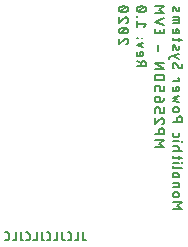
<source format=gbr>
G04 EAGLE Gerber RS-274X export*
G75*
%MOMM*%
%FSLAX34Y34*%
%LPD*%
%INSilkscreen Bottom*%
%IPPOS*%
%AMOC8*
5,1,8,0,0,1.08239X$1,22.5*%
G01*
%ADD10C,0.152400*%
%ADD11C,0.177800*%


D10*
X31774Y78232D02*
X31774Y73096D01*
X31773Y73096D02*
X31775Y73022D01*
X31781Y72947D01*
X31790Y72874D01*
X31803Y72800D01*
X31820Y72728D01*
X31840Y72657D01*
X31864Y72586D01*
X31892Y72517D01*
X31923Y72450D01*
X31957Y72384D01*
X31995Y72319D01*
X32036Y72257D01*
X32080Y72197D01*
X32127Y72140D01*
X32177Y72085D01*
X32230Y72032D01*
X32285Y71982D01*
X32342Y71935D01*
X32402Y71891D01*
X32464Y71850D01*
X32529Y71812D01*
X32595Y71778D01*
X32662Y71747D01*
X32731Y71719D01*
X32802Y71695D01*
X32873Y71675D01*
X32945Y71658D01*
X33019Y71645D01*
X33092Y71636D01*
X33167Y71630D01*
X33241Y71628D01*
X33975Y71628D01*
X27665Y71628D02*
X27665Y78232D01*
X27665Y71628D02*
X24730Y71628D01*
X20162Y71628D02*
X18694Y71628D01*
X20162Y71628D02*
X20236Y71630D01*
X20311Y71636D01*
X20384Y71645D01*
X20458Y71658D01*
X20530Y71675D01*
X20601Y71695D01*
X20672Y71719D01*
X20741Y71747D01*
X20809Y71778D01*
X20874Y71812D01*
X20939Y71850D01*
X21001Y71891D01*
X21061Y71935D01*
X21118Y71982D01*
X21173Y72032D01*
X21226Y72085D01*
X21276Y72140D01*
X21323Y72197D01*
X21367Y72257D01*
X21408Y72319D01*
X21446Y72384D01*
X21480Y72450D01*
X21511Y72517D01*
X21539Y72586D01*
X21563Y72657D01*
X21583Y72728D01*
X21600Y72801D01*
X21613Y72874D01*
X21622Y72948D01*
X21628Y73022D01*
X21630Y73096D01*
X21629Y73096D02*
X21629Y76764D01*
X21630Y76764D02*
X21628Y76838D01*
X21622Y76913D01*
X21613Y76986D01*
X21600Y77059D01*
X21583Y77132D01*
X21563Y77203D01*
X21539Y77274D01*
X21511Y77343D01*
X21480Y77410D01*
X21446Y77476D01*
X21408Y77541D01*
X21367Y77603D01*
X21323Y77663D01*
X21276Y77720D01*
X21226Y77775D01*
X21173Y77828D01*
X21118Y77878D01*
X21061Y77925D01*
X21001Y77969D01*
X20939Y78010D01*
X20874Y78048D01*
X20809Y78082D01*
X20741Y78113D01*
X20672Y78141D01*
X20602Y78165D01*
X20530Y78185D01*
X20458Y78202D01*
X20384Y78215D01*
X20311Y78224D01*
X20236Y78230D01*
X20162Y78232D01*
X18694Y78232D01*
X14217Y78232D02*
X14217Y73096D01*
X14219Y73022D01*
X14225Y72947D01*
X14234Y72874D01*
X14247Y72800D01*
X14264Y72728D01*
X14284Y72657D01*
X14308Y72586D01*
X14336Y72517D01*
X14367Y72450D01*
X14401Y72384D01*
X14439Y72319D01*
X14480Y72257D01*
X14524Y72197D01*
X14571Y72140D01*
X14621Y72085D01*
X14674Y72032D01*
X14729Y71982D01*
X14786Y71935D01*
X14846Y71891D01*
X14908Y71850D01*
X14973Y71812D01*
X15039Y71778D01*
X15106Y71747D01*
X15175Y71719D01*
X15246Y71695D01*
X15317Y71675D01*
X15389Y71658D01*
X15463Y71645D01*
X15536Y71636D01*
X15611Y71630D01*
X15685Y71628D01*
X16419Y71628D01*
X10109Y71628D02*
X10109Y78232D01*
X10109Y71628D02*
X7174Y71628D01*
X2605Y71628D02*
X1138Y71628D01*
X2605Y71628D02*
X2679Y71630D01*
X2754Y71636D01*
X2827Y71645D01*
X2901Y71658D01*
X2973Y71675D01*
X3044Y71695D01*
X3115Y71719D01*
X3184Y71747D01*
X3252Y71778D01*
X3317Y71812D01*
X3382Y71850D01*
X3444Y71891D01*
X3504Y71935D01*
X3561Y71982D01*
X3616Y72032D01*
X3669Y72085D01*
X3719Y72140D01*
X3766Y72197D01*
X3810Y72257D01*
X3851Y72319D01*
X3889Y72384D01*
X3923Y72450D01*
X3954Y72517D01*
X3982Y72586D01*
X4006Y72657D01*
X4026Y72728D01*
X4043Y72801D01*
X4056Y72874D01*
X4065Y72948D01*
X4071Y73022D01*
X4073Y73096D01*
X4073Y76764D01*
X4071Y76838D01*
X4065Y76913D01*
X4056Y76986D01*
X4043Y77059D01*
X4026Y77132D01*
X4006Y77203D01*
X3982Y77274D01*
X3954Y77343D01*
X3923Y77410D01*
X3889Y77476D01*
X3851Y77541D01*
X3810Y77603D01*
X3766Y77663D01*
X3719Y77720D01*
X3669Y77775D01*
X3616Y77828D01*
X3561Y77878D01*
X3504Y77925D01*
X3444Y77969D01*
X3382Y78010D01*
X3317Y78048D01*
X3252Y78082D01*
X3184Y78113D01*
X3115Y78141D01*
X3045Y78165D01*
X2973Y78185D01*
X2901Y78202D01*
X2827Y78215D01*
X2754Y78224D01*
X2679Y78230D01*
X2605Y78232D01*
X1138Y78232D01*
X-3339Y78232D02*
X-3339Y73096D01*
X-3337Y73022D01*
X-3331Y72947D01*
X-3322Y72874D01*
X-3309Y72800D01*
X-3292Y72728D01*
X-3272Y72657D01*
X-3248Y72586D01*
X-3220Y72517D01*
X-3189Y72450D01*
X-3155Y72384D01*
X-3117Y72319D01*
X-3076Y72257D01*
X-3032Y72197D01*
X-2985Y72140D01*
X-2935Y72085D01*
X-2882Y72032D01*
X-2827Y71982D01*
X-2770Y71935D01*
X-2710Y71891D01*
X-2648Y71850D01*
X-2583Y71812D01*
X-2517Y71778D01*
X-2450Y71747D01*
X-2381Y71719D01*
X-2310Y71695D01*
X-2239Y71675D01*
X-2167Y71658D01*
X-2093Y71645D01*
X-2020Y71636D01*
X-1945Y71630D01*
X-1871Y71628D01*
X-1138Y71628D01*
X-7447Y71628D02*
X-7447Y78232D01*
X-7447Y71628D02*
X-10382Y71628D01*
X-14951Y71628D02*
X-16419Y71628D01*
X-14951Y71628D02*
X-14877Y71630D01*
X-14802Y71636D01*
X-14729Y71645D01*
X-14655Y71658D01*
X-14583Y71675D01*
X-14512Y71695D01*
X-14441Y71719D01*
X-14372Y71747D01*
X-14305Y71778D01*
X-14239Y71812D01*
X-14174Y71850D01*
X-14112Y71891D01*
X-14052Y71935D01*
X-13995Y71982D01*
X-13940Y72032D01*
X-13887Y72085D01*
X-13837Y72140D01*
X-13790Y72197D01*
X-13746Y72257D01*
X-13705Y72319D01*
X-13667Y72384D01*
X-13633Y72450D01*
X-13602Y72517D01*
X-13574Y72586D01*
X-13550Y72657D01*
X-13530Y72728D01*
X-13513Y72800D01*
X-13500Y72874D01*
X-13491Y72947D01*
X-13485Y73022D01*
X-13483Y73096D01*
X-13484Y73096D02*
X-13484Y76764D01*
X-13483Y76764D02*
X-13485Y76838D01*
X-13491Y76913D01*
X-13500Y76986D01*
X-13513Y77060D01*
X-13530Y77132D01*
X-13550Y77203D01*
X-13574Y77274D01*
X-13602Y77343D01*
X-13633Y77410D01*
X-13667Y77476D01*
X-13705Y77541D01*
X-13746Y77603D01*
X-13790Y77663D01*
X-13837Y77720D01*
X-13887Y77775D01*
X-13940Y77828D01*
X-13995Y77878D01*
X-14052Y77925D01*
X-14112Y77969D01*
X-14174Y78010D01*
X-14239Y78048D01*
X-14304Y78082D01*
X-14372Y78113D01*
X-14441Y78141D01*
X-14512Y78165D01*
X-14583Y78185D01*
X-14655Y78202D01*
X-14729Y78215D01*
X-14802Y78224D01*
X-14877Y78230D01*
X-14951Y78232D01*
X-16419Y78232D01*
X-20895Y78232D02*
X-20895Y73096D01*
X-20896Y73096D02*
X-20894Y73022D01*
X-20888Y72947D01*
X-20879Y72874D01*
X-20866Y72800D01*
X-20849Y72728D01*
X-20829Y72657D01*
X-20805Y72586D01*
X-20777Y72517D01*
X-20746Y72449D01*
X-20712Y72384D01*
X-20674Y72319D01*
X-20633Y72257D01*
X-20589Y72197D01*
X-20542Y72140D01*
X-20492Y72085D01*
X-20439Y72032D01*
X-20384Y71982D01*
X-20327Y71935D01*
X-20267Y71891D01*
X-20205Y71850D01*
X-20140Y71812D01*
X-20074Y71778D01*
X-20007Y71747D01*
X-19938Y71719D01*
X-19867Y71695D01*
X-19796Y71675D01*
X-19723Y71658D01*
X-19650Y71645D01*
X-19576Y71636D01*
X-19502Y71630D01*
X-19428Y71628D01*
X-18694Y71628D01*
X-25004Y71628D02*
X-25004Y78232D01*
X-25004Y71628D02*
X-27939Y71628D01*
X-32508Y71628D02*
X-33975Y71628D01*
X-32508Y71628D02*
X-32434Y71630D01*
X-32359Y71636D01*
X-32286Y71645D01*
X-32212Y71658D01*
X-32140Y71675D01*
X-32069Y71695D01*
X-31998Y71719D01*
X-31929Y71747D01*
X-31862Y71778D01*
X-31796Y71812D01*
X-31731Y71850D01*
X-31669Y71891D01*
X-31609Y71935D01*
X-31552Y71982D01*
X-31497Y72032D01*
X-31444Y72085D01*
X-31394Y72140D01*
X-31347Y72197D01*
X-31303Y72257D01*
X-31262Y72319D01*
X-31224Y72384D01*
X-31190Y72450D01*
X-31159Y72517D01*
X-31131Y72586D01*
X-31107Y72657D01*
X-31087Y72728D01*
X-31070Y72800D01*
X-31057Y72874D01*
X-31048Y72947D01*
X-31042Y73022D01*
X-31040Y73096D01*
X-31040Y76764D01*
X-31042Y76838D01*
X-31048Y76913D01*
X-31057Y76986D01*
X-31070Y77060D01*
X-31087Y77132D01*
X-31107Y77203D01*
X-31131Y77274D01*
X-31159Y77343D01*
X-31190Y77410D01*
X-31224Y77476D01*
X-31262Y77541D01*
X-31303Y77603D01*
X-31347Y77663D01*
X-31394Y77720D01*
X-31444Y77775D01*
X-31497Y77828D01*
X-31552Y77878D01*
X-31609Y77925D01*
X-31669Y77969D01*
X-31731Y78010D01*
X-31796Y78048D01*
X-31861Y78082D01*
X-31929Y78113D01*
X-31998Y78141D01*
X-32069Y78165D01*
X-32140Y78185D01*
X-32212Y78202D01*
X-32286Y78215D01*
X-32359Y78224D01*
X-32434Y78230D01*
X-32508Y78232D01*
X-33975Y78232D01*
D11*
X107569Y98007D02*
X115951Y98007D01*
X111294Y100801D01*
X115951Y103595D01*
X107569Y103595D01*
X109432Y108387D02*
X111294Y108387D01*
X111379Y108389D01*
X111463Y108395D01*
X111548Y108404D01*
X111631Y108418D01*
X111714Y108435D01*
X111797Y108456D01*
X111878Y108481D01*
X111958Y108509D01*
X112036Y108541D01*
X112113Y108577D01*
X112189Y108616D01*
X112262Y108658D01*
X112333Y108704D01*
X112403Y108753D01*
X112470Y108805D01*
X112534Y108860D01*
X112596Y108918D01*
X112656Y108978D01*
X112712Y109042D01*
X112766Y109107D01*
X112816Y109176D01*
X112863Y109246D01*
X112907Y109319D01*
X112948Y109393D01*
X112985Y109469D01*
X113019Y109547D01*
X113049Y109626D01*
X113076Y109707D01*
X113099Y109788D01*
X113118Y109871D01*
X113133Y109954D01*
X113145Y110038D01*
X113153Y110123D01*
X113157Y110208D01*
X113157Y110292D01*
X113153Y110377D01*
X113145Y110462D01*
X113133Y110546D01*
X113118Y110629D01*
X113099Y110712D01*
X113076Y110793D01*
X113049Y110874D01*
X113019Y110953D01*
X112985Y111031D01*
X112948Y111107D01*
X112907Y111181D01*
X112863Y111254D01*
X112816Y111324D01*
X112766Y111393D01*
X112712Y111458D01*
X112656Y111522D01*
X112596Y111582D01*
X112534Y111640D01*
X112470Y111695D01*
X112403Y111747D01*
X112333Y111796D01*
X112262Y111842D01*
X112189Y111884D01*
X112113Y111923D01*
X112036Y111959D01*
X111958Y111991D01*
X111878Y112019D01*
X111797Y112044D01*
X111714Y112065D01*
X111631Y112082D01*
X111548Y112096D01*
X111463Y112105D01*
X111379Y112111D01*
X111294Y112113D01*
X111294Y112112D02*
X109432Y112112D01*
X109432Y112113D02*
X109347Y112111D01*
X109263Y112105D01*
X109178Y112096D01*
X109095Y112082D01*
X109012Y112065D01*
X108929Y112044D01*
X108848Y112019D01*
X108768Y111991D01*
X108690Y111959D01*
X108613Y111923D01*
X108537Y111884D01*
X108464Y111842D01*
X108393Y111796D01*
X108323Y111747D01*
X108256Y111695D01*
X108192Y111640D01*
X108130Y111582D01*
X108070Y111522D01*
X108014Y111458D01*
X107960Y111393D01*
X107910Y111324D01*
X107863Y111254D01*
X107819Y111182D01*
X107778Y111107D01*
X107741Y111031D01*
X107707Y110953D01*
X107677Y110874D01*
X107650Y110793D01*
X107627Y110712D01*
X107608Y110629D01*
X107593Y110546D01*
X107581Y110462D01*
X107573Y110377D01*
X107569Y110292D01*
X107569Y110208D01*
X107573Y110123D01*
X107581Y110038D01*
X107593Y109954D01*
X107608Y109871D01*
X107627Y109788D01*
X107650Y109707D01*
X107677Y109626D01*
X107707Y109547D01*
X107741Y109469D01*
X107778Y109393D01*
X107819Y109319D01*
X107863Y109246D01*
X107910Y109176D01*
X107960Y109107D01*
X108014Y109042D01*
X108070Y108978D01*
X108130Y108918D01*
X108192Y108860D01*
X108256Y108805D01*
X108323Y108753D01*
X108393Y108704D01*
X108464Y108658D01*
X108537Y108616D01*
X108613Y108577D01*
X108690Y108541D01*
X108768Y108509D01*
X108848Y108481D01*
X108929Y108456D01*
X109012Y108435D01*
X109095Y108418D01*
X109178Y108404D01*
X109263Y108395D01*
X109347Y108389D01*
X109432Y108387D01*
X107569Y116617D02*
X113157Y116617D01*
X113157Y118945D01*
X113155Y119018D01*
X113149Y119091D01*
X113140Y119164D01*
X113126Y119235D01*
X113109Y119307D01*
X113089Y119377D01*
X113064Y119446D01*
X113036Y119513D01*
X113005Y119579D01*
X112970Y119644D01*
X112932Y119706D01*
X112890Y119766D01*
X112846Y119824D01*
X112798Y119880D01*
X112748Y119933D01*
X112695Y119983D01*
X112639Y120031D01*
X112581Y120075D01*
X112521Y120117D01*
X112459Y120155D01*
X112394Y120190D01*
X112328Y120221D01*
X112261Y120249D01*
X112192Y120274D01*
X112122Y120294D01*
X112050Y120311D01*
X111979Y120325D01*
X111906Y120334D01*
X111833Y120340D01*
X111760Y120342D01*
X107569Y120342D01*
X109432Y124846D02*
X111294Y124846D01*
X111379Y124848D01*
X111463Y124854D01*
X111548Y124863D01*
X111631Y124877D01*
X111714Y124894D01*
X111797Y124915D01*
X111878Y124940D01*
X111958Y124968D01*
X112036Y125000D01*
X112113Y125036D01*
X112189Y125075D01*
X112262Y125117D01*
X112333Y125163D01*
X112403Y125212D01*
X112470Y125264D01*
X112534Y125319D01*
X112596Y125377D01*
X112656Y125437D01*
X112712Y125501D01*
X112766Y125566D01*
X112816Y125635D01*
X112863Y125705D01*
X112907Y125778D01*
X112948Y125852D01*
X112985Y125928D01*
X113019Y126006D01*
X113049Y126085D01*
X113076Y126166D01*
X113099Y126247D01*
X113118Y126330D01*
X113133Y126413D01*
X113145Y126497D01*
X113153Y126582D01*
X113157Y126667D01*
X113157Y126751D01*
X113153Y126836D01*
X113145Y126921D01*
X113133Y127005D01*
X113118Y127088D01*
X113099Y127171D01*
X113076Y127252D01*
X113049Y127333D01*
X113019Y127412D01*
X112985Y127490D01*
X112948Y127566D01*
X112907Y127640D01*
X112863Y127713D01*
X112816Y127783D01*
X112766Y127852D01*
X112712Y127917D01*
X112656Y127981D01*
X112596Y128041D01*
X112534Y128099D01*
X112470Y128154D01*
X112403Y128206D01*
X112333Y128255D01*
X112262Y128301D01*
X112189Y128343D01*
X112113Y128382D01*
X112036Y128418D01*
X111958Y128450D01*
X111878Y128478D01*
X111797Y128503D01*
X111714Y128524D01*
X111631Y128541D01*
X111548Y128555D01*
X111463Y128564D01*
X111379Y128570D01*
X111294Y128572D01*
X111294Y128571D02*
X109432Y128571D01*
X109432Y128572D02*
X109347Y128570D01*
X109263Y128564D01*
X109178Y128555D01*
X109095Y128541D01*
X109012Y128524D01*
X108929Y128503D01*
X108848Y128478D01*
X108768Y128450D01*
X108690Y128418D01*
X108613Y128382D01*
X108537Y128343D01*
X108464Y128301D01*
X108393Y128255D01*
X108323Y128206D01*
X108256Y128154D01*
X108192Y128099D01*
X108130Y128041D01*
X108070Y127981D01*
X108014Y127917D01*
X107960Y127852D01*
X107910Y127783D01*
X107863Y127713D01*
X107819Y127641D01*
X107778Y127566D01*
X107741Y127490D01*
X107707Y127412D01*
X107677Y127333D01*
X107650Y127252D01*
X107627Y127171D01*
X107608Y127088D01*
X107593Y127005D01*
X107581Y126921D01*
X107573Y126836D01*
X107569Y126751D01*
X107569Y126667D01*
X107573Y126582D01*
X107581Y126497D01*
X107593Y126413D01*
X107608Y126330D01*
X107627Y126247D01*
X107650Y126166D01*
X107677Y126085D01*
X107707Y126006D01*
X107741Y125928D01*
X107778Y125852D01*
X107819Y125778D01*
X107863Y125705D01*
X107910Y125635D01*
X107960Y125566D01*
X108014Y125501D01*
X108070Y125437D01*
X108130Y125377D01*
X108192Y125319D01*
X108256Y125264D01*
X108323Y125212D01*
X108393Y125163D01*
X108464Y125117D01*
X108537Y125075D01*
X108613Y125036D01*
X108690Y125000D01*
X108768Y124968D01*
X108848Y124940D01*
X108929Y124915D01*
X109012Y124894D01*
X109095Y124877D01*
X109178Y124863D01*
X109263Y124854D01*
X109347Y124848D01*
X109432Y124846D01*
X108966Y132781D02*
X115951Y132781D01*
X108966Y132781D02*
X108893Y132783D01*
X108820Y132789D01*
X108747Y132798D01*
X108676Y132812D01*
X108604Y132829D01*
X108534Y132849D01*
X108465Y132874D01*
X108398Y132902D01*
X108332Y132933D01*
X108268Y132968D01*
X108205Y133006D01*
X108145Y133048D01*
X108087Y133092D01*
X108031Y133140D01*
X107978Y133190D01*
X107928Y133243D01*
X107880Y133299D01*
X107836Y133357D01*
X107794Y133417D01*
X107756Y133480D01*
X107721Y133544D01*
X107690Y133610D01*
X107662Y133677D01*
X107637Y133746D01*
X107617Y133816D01*
X107600Y133888D01*
X107586Y133959D01*
X107577Y134032D01*
X107571Y134105D01*
X107569Y134178D01*
X107569Y137377D02*
X113157Y137377D01*
X115485Y137144D02*
X115951Y137144D01*
X115951Y137610D01*
X115485Y137610D01*
X115485Y137144D01*
X113157Y140434D02*
X113157Y143228D01*
X115951Y141365D02*
X108966Y141365D01*
X108893Y141367D01*
X108820Y141373D01*
X108747Y141382D01*
X108676Y141396D01*
X108604Y141413D01*
X108534Y141433D01*
X108465Y141458D01*
X108398Y141486D01*
X108332Y141517D01*
X108268Y141552D01*
X108205Y141590D01*
X108145Y141632D01*
X108087Y141676D01*
X108031Y141724D01*
X107978Y141774D01*
X107928Y141827D01*
X107880Y141883D01*
X107836Y141941D01*
X107794Y142001D01*
X107756Y142064D01*
X107721Y142128D01*
X107690Y142194D01*
X107662Y142261D01*
X107637Y142330D01*
X107617Y142400D01*
X107600Y142472D01*
X107586Y142543D01*
X107577Y142616D01*
X107571Y142689D01*
X107569Y142762D01*
X107569Y143228D01*
X107569Y147401D02*
X115951Y147401D01*
X113157Y147401D02*
X113157Y149730D01*
X113155Y149803D01*
X113149Y149876D01*
X113140Y149949D01*
X113126Y150020D01*
X113109Y150092D01*
X113089Y150162D01*
X113064Y150231D01*
X113036Y150298D01*
X113005Y150364D01*
X112970Y150429D01*
X112932Y150491D01*
X112890Y150551D01*
X112846Y150609D01*
X112798Y150665D01*
X112748Y150718D01*
X112695Y150768D01*
X112639Y150816D01*
X112581Y150860D01*
X112521Y150902D01*
X112459Y150940D01*
X112394Y150975D01*
X112328Y151006D01*
X112261Y151034D01*
X112192Y151059D01*
X112122Y151079D01*
X112050Y151096D01*
X111979Y151110D01*
X111906Y151119D01*
X111833Y151125D01*
X111760Y151127D01*
X107569Y151127D01*
X107569Y155360D02*
X113157Y155360D01*
X115485Y155127D02*
X115951Y155127D01*
X115951Y155593D01*
X115485Y155593D01*
X115485Y155127D01*
X107569Y160702D02*
X107569Y162565D01*
X107569Y160702D02*
X107571Y160629D01*
X107577Y160556D01*
X107586Y160483D01*
X107600Y160412D01*
X107617Y160340D01*
X107637Y160270D01*
X107662Y160201D01*
X107690Y160134D01*
X107721Y160068D01*
X107756Y160004D01*
X107794Y159941D01*
X107836Y159881D01*
X107880Y159823D01*
X107928Y159767D01*
X107978Y159714D01*
X108031Y159664D01*
X108087Y159616D01*
X108145Y159572D01*
X108205Y159530D01*
X108268Y159492D01*
X108332Y159457D01*
X108398Y159426D01*
X108465Y159398D01*
X108534Y159373D01*
X108604Y159353D01*
X108676Y159336D01*
X108747Y159322D01*
X108820Y159313D01*
X108893Y159307D01*
X108966Y159305D01*
X111760Y159305D01*
X111833Y159307D01*
X111906Y159313D01*
X111979Y159322D01*
X112050Y159336D01*
X112122Y159353D01*
X112192Y159373D01*
X112261Y159398D01*
X112328Y159426D01*
X112394Y159457D01*
X112459Y159492D01*
X112521Y159530D01*
X112581Y159572D01*
X112639Y159616D01*
X112695Y159664D01*
X112748Y159714D01*
X112798Y159767D01*
X112846Y159823D01*
X112890Y159881D01*
X112932Y159941D01*
X112970Y160004D01*
X113005Y160068D01*
X113036Y160134D01*
X113064Y160201D01*
X113089Y160270D01*
X113109Y160340D01*
X113126Y160412D01*
X113140Y160483D01*
X113149Y160556D01*
X113155Y160629D01*
X113157Y160702D01*
X113157Y162565D01*
X115951Y171840D02*
X107569Y171840D01*
X115951Y171840D02*
X115951Y174168D01*
X115949Y174263D01*
X115943Y174358D01*
X115934Y174452D01*
X115920Y174546D01*
X115903Y174640D01*
X115882Y174732D01*
X115857Y174824D01*
X115828Y174914D01*
X115796Y175004D01*
X115760Y175092D01*
X115720Y175178D01*
X115678Y175263D01*
X115631Y175346D01*
X115581Y175427D01*
X115528Y175505D01*
X115472Y175582D01*
X115413Y175656D01*
X115351Y175728D01*
X115286Y175797D01*
X115218Y175864D01*
X115148Y175927D01*
X115074Y175988D01*
X114999Y176046D01*
X114921Y176100D01*
X114841Y176152D01*
X114759Y176200D01*
X114676Y176244D01*
X114590Y176286D01*
X114503Y176323D01*
X114414Y176357D01*
X114324Y176388D01*
X114233Y176415D01*
X114141Y176438D01*
X114048Y176457D01*
X113954Y176472D01*
X113860Y176484D01*
X113765Y176492D01*
X113670Y176496D01*
X113576Y176496D01*
X113481Y176492D01*
X113386Y176484D01*
X113292Y176472D01*
X113198Y176457D01*
X113105Y176438D01*
X113013Y176415D01*
X112922Y176388D01*
X112832Y176357D01*
X112743Y176323D01*
X112656Y176286D01*
X112570Y176244D01*
X112487Y176200D01*
X112405Y176152D01*
X112325Y176100D01*
X112247Y176046D01*
X112172Y175988D01*
X112098Y175927D01*
X112028Y175864D01*
X111960Y175797D01*
X111895Y175728D01*
X111833Y175656D01*
X111774Y175582D01*
X111718Y175505D01*
X111665Y175427D01*
X111615Y175346D01*
X111568Y175263D01*
X111526Y175178D01*
X111486Y175092D01*
X111450Y175004D01*
X111418Y174914D01*
X111389Y174824D01*
X111364Y174732D01*
X111343Y174640D01*
X111326Y174546D01*
X111312Y174452D01*
X111303Y174358D01*
X111297Y174263D01*
X111295Y174168D01*
X111294Y174168D02*
X111294Y171840D01*
X111294Y180319D02*
X109432Y180319D01*
X111294Y180319D02*
X111379Y180321D01*
X111463Y180327D01*
X111548Y180336D01*
X111631Y180350D01*
X111714Y180367D01*
X111797Y180388D01*
X111878Y180413D01*
X111958Y180441D01*
X112036Y180473D01*
X112113Y180509D01*
X112189Y180548D01*
X112262Y180590D01*
X112333Y180636D01*
X112403Y180685D01*
X112470Y180737D01*
X112534Y180792D01*
X112596Y180850D01*
X112656Y180910D01*
X112712Y180974D01*
X112766Y181039D01*
X112816Y181108D01*
X112863Y181178D01*
X112907Y181251D01*
X112948Y181325D01*
X112985Y181401D01*
X113019Y181479D01*
X113049Y181558D01*
X113076Y181639D01*
X113099Y181720D01*
X113118Y181803D01*
X113133Y181886D01*
X113145Y181970D01*
X113153Y182055D01*
X113157Y182140D01*
X113157Y182224D01*
X113153Y182309D01*
X113145Y182394D01*
X113133Y182478D01*
X113118Y182561D01*
X113099Y182644D01*
X113076Y182725D01*
X113049Y182806D01*
X113019Y182885D01*
X112985Y182963D01*
X112948Y183039D01*
X112907Y183114D01*
X112863Y183186D01*
X112816Y183256D01*
X112766Y183325D01*
X112712Y183390D01*
X112656Y183454D01*
X112596Y183514D01*
X112534Y183572D01*
X112470Y183627D01*
X112403Y183679D01*
X112333Y183728D01*
X112262Y183774D01*
X112189Y183816D01*
X112113Y183855D01*
X112036Y183891D01*
X111958Y183923D01*
X111878Y183951D01*
X111797Y183976D01*
X111714Y183997D01*
X111631Y184014D01*
X111548Y184028D01*
X111463Y184037D01*
X111379Y184043D01*
X111294Y184045D01*
X109432Y184045D01*
X109347Y184043D01*
X109263Y184037D01*
X109178Y184028D01*
X109095Y184014D01*
X109012Y183997D01*
X108929Y183976D01*
X108848Y183951D01*
X108768Y183923D01*
X108690Y183891D01*
X108613Y183855D01*
X108537Y183816D01*
X108464Y183774D01*
X108393Y183728D01*
X108323Y183679D01*
X108256Y183627D01*
X108192Y183572D01*
X108130Y183514D01*
X108070Y183454D01*
X108014Y183390D01*
X107960Y183325D01*
X107910Y183256D01*
X107863Y183186D01*
X107819Y183114D01*
X107778Y183039D01*
X107741Y182963D01*
X107707Y182885D01*
X107677Y182806D01*
X107650Y182725D01*
X107627Y182644D01*
X107608Y182561D01*
X107593Y182478D01*
X107581Y182394D01*
X107573Y182309D01*
X107569Y182224D01*
X107569Y182140D01*
X107573Y182055D01*
X107581Y181970D01*
X107593Y181886D01*
X107608Y181803D01*
X107627Y181720D01*
X107650Y181639D01*
X107677Y181558D01*
X107707Y181479D01*
X107741Y181401D01*
X107778Y181325D01*
X107819Y181251D01*
X107863Y181178D01*
X107910Y181108D01*
X107960Y181039D01*
X108014Y180974D01*
X108070Y180910D01*
X108130Y180850D01*
X108192Y180792D01*
X108256Y180737D01*
X108323Y180685D01*
X108393Y180636D01*
X108464Y180590D01*
X108537Y180548D01*
X108613Y180509D01*
X108690Y180473D01*
X108768Y180441D01*
X108848Y180413D01*
X108929Y180388D01*
X109012Y180367D01*
X109095Y180350D01*
X109178Y180336D01*
X109263Y180327D01*
X109347Y180321D01*
X109432Y180319D01*
X113157Y188227D02*
X107569Y189624D01*
X111294Y191021D01*
X107569Y192418D01*
X113157Y193815D01*
X107569Y199395D02*
X107569Y201723D01*
X107569Y199395D02*
X107571Y199322D01*
X107577Y199249D01*
X107586Y199176D01*
X107600Y199105D01*
X107617Y199033D01*
X107637Y198963D01*
X107662Y198894D01*
X107690Y198827D01*
X107721Y198761D01*
X107756Y198697D01*
X107794Y198634D01*
X107836Y198574D01*
X107880Y198516D01*
X107928Y198460D01*
X107978Y198407D01*
X108031Y198357D01*
X108087Y198309D01*
X108145Y198265D01*
X108205Y198223D01*
X108268Y198185D01*
X108332Y198150D01*
X108398Y198119D01*
X108465Y198091D01*
X108534Y198066D01*
X108604Y198046D01*
X108676Y198029D01*
X108747Y198015D01*
X108820Y198006D01*
X108893Y198000D01*
X108966Y197998D01*
X111294Y197998D01*
X111294Y197997D02*
X111379Y197999D01*
X111463Y198005D01*
X111548Y198014D01*
X111631Y198028D01*
X111714Y198045D01*
X111797Y198066D01*
X111878Y198091D01*
X111958Y198119D01*
X112036Y198151D01*
X112113Y198187D01*
X112189Y198226D01*
X112262Y198268D01*
X112333Y198314D01*
X112403Y198363D01*
X112470Y198415D01*
X112534Y198470D01*
X112596Y198528D01*
X112656Y198588D01*
X112712Y198652D01*
X112766Y198717D01*
X112816Y198786D01*
X112863Y198856D01*
X112907Y198929D01*
X112948Y199003D01*
X112985Y199079D01*
X113019Y199157D01*
X113049Y199236D01*
X113076Y199317D01*
X113099Y199398D01*
X113118Y199481D01*
X113133Y199564D01*
X113145Y199648D01*
X113153Y199733D01*
X113157Y199818D01*
X113157Y199902D01*
X113153Y199987D01*
X113145Y200072D01*
X113133Y200156D01*
X113118Y200239D01*
X113099Y200322D01*
X113076Y200403D01*
X113049Y200484D01*
X113019Y200563D01*
X112985Y200641D01*
X112948Y200717D01*
X112907Y200792D01*
X112863Y200864D01*
X112816Y200934D01*
X112766Y201003D01*
X112712Y201068D01*
X112656Y201132D01*
X112596Y201192D01*
X112534Y201250D01*
X112470Y201305D01*
X112403Y201357D01*
X112333Y201406D01*
X112262Y201452D01*
X112189Y201494D01*
X112113Y201533D01*
X112036Y201569D01*
X111958Y201601D01*
X111878Y201629D01*
X111797Y201654D01*
X111714Y201675D01*
X111631Y201692D01*
X111548Y201706D01*
X111463Y201715D01*
X111379Y201721D01*
X111294Y201723D01*
X110363Y201723D01*
X110363Y197998D01*
X107569Y206312D02*
X113157Y206312D01*
X113157Y209106D01*
X112226Y209106D01*
X107569Y219833D02*
X107571Y219919D01*
X107577Y220005D01*
X107587Y220090D01*
X107601Y220175D01*
X107618Y220260D01*
X107640Y220343D01*
X107666Y220425D01*
X107695Y220506D01*
X107728Y220586D01*
X107764Y220663D01*
X107804Y220740D01*
X107848Y220814D01*
X107895Y220886D01*
X107945Y220956D01*
X107999Y221023D01*
X108055Y221088D01*
X108115Y221150D01*
X108177Y221210D01*
X108242Y221266D01*
X108309Y221320D01*
X108379Y221370D01*
X108451Y221417D01*
X108525Y221461D01*
X108602Y221501D01*
X108680Y221537D01*
X108759Y221570D01*
X108840Y221599D01*
X108922Y221625D01*
X109005Y221647D01*
X109090Y221664D01*
X109175Y221678D01*
X109260Y221688D01*
X109346Y221694D01*
X109432Y221696D01*
X107569Y219833D02*
X107571Y219709D01*
X107577Y219585D01*
X107587Y219461D01*
X107600Y219337D01*
X107618Y219214D01*
X107639Y219092D01*
X107665Y218970D01*
X107694Y218849D01*
X107727Y218729D01*
X107764Y218611D01*
X107804Y218493D01*
X107848Y218377D01*
X107896Y218262D01*
X107947Y218149D01*
X108002Y218038D01*
X108061Y217928D01*
X108123Y217820D01*
X108188Y217714D01*
X108257Y217611D01*
X108328Y217509D01*
X108403Y217410D01*
X108481Y217314D01*
X108562Y217219D01*
X108646Y217128D01*
X108733Y217039D01*
X114088Y217272D02*
X114172Y217274D01*
X114255Y217279D01*
X114338Y217289D01*
X114421Y217302D01*
X114503Y217319D01*
X114584Y217339D01*
X114664Y217363D01*
X114743Y217391D01*
X114820Y217422D01*
X114896Y217456D01*
X114971Y217494D01*
X115044Y217536D01*
X115114Y217580D01*
X115183Y217628D01*
X115250Y217678D01*
X115314Y217732D01*
X115375Y217788D01*
X115435Y217848D01*
X115491Y217909D01*
X115545Y217973D01*
X115595Y218040D01*
X115643Y218109D01*
X115687Y218179D01*
X115729Y218252D01*
X115767Y218327D01*
X115801Y218403D01*
X115832Y218480D01*
X115860Y218559D01*
X115884Y218639D01*
X115904Y218720D01*
X115921Y218802D01*
X115934Y218885D01*
X115944Y218968D01*
X115949Y219051D01*
X115951Y219135D01*
X115952Y219135D02*
X115950Y219247D01*
X115945Y219360D01*
X115936Y219472D01*
X115923Y219583D01*
X115907Y219695D01*
X115887Y219805D01*
X115864Y219915D01*
X115837Y220024D01*
X115807Y220132D01*
X115773Y220240D01*
X115736Y220346D01*
X115695Y220450D01*
X115651Y220554D01*
X115604Y220656D01*
X115553Y220756D01*
X115499Y220855D01*
X115442Y220952D01*
X115382Y221047D01*
X115319Y221140D01*
X115253Y221231D01*
X112458Y218203D02*
X112503Y218131D01*
X112551Y218060D01*
X112603Y217992D01*
X112657Y217926D01*
X112714Y217863D01*
X112774Y217802D01*
X112837Y217744D01*
X112903Y217689D01*
X112970Y217637D01*
X113040Y217589D01*
X113112Y217543D01*
X113187Y217501D01*
X113263Y217462D01*
X113340Y217426D01*
X113419Y217394D01*
X113500Y217366D01*
X113582Y217341D01*
X113665Y217320D01*
X113748Y217303D01*
X113833Y217289D01*
X113917Y217280D01*
X114003Y217274D01*
X114088Y217272D01*
X111062Y220765D02*
X111017Y220837D01*
X110969Y220908D01*
X110917Y220976D01*
X110863Y221042D01*
X110806Y221105D01*
X110746Y221166D01*
X110683Y221224D01*
X110617Y221279D01*
X110550Y221331D01*
X110480Y221379D01*
X110408Y221425D01*
X110333Y221467D01*
X110257Y221506D01*
X110180Y221542D01*
X110101Y221574D01*
X110020Y221602D01*
X109938Y221627D01*
X109855Y221648D01*
X109772Y221665D01*
X109687Y221679D01*
X109603Y221688D01*
X109517Y221694D01*
X109432Y221696D01*
X111062Y220764D02*
X112459Y218203D01*
X104775Y225430D02*
X104775Y226361D01*
X113157Y229155D01*
X113157Y225430D02*
X107569Y227292D01*
X110829Y233748D02*
X109897Y236076D01*
X110829Y233748D02*
X110857Y233685D01*
X110887Y233624D01*
X110921Y233565D01*
X110959Y233507D01*
X110999Y233452D01*
X111043Y233400D01*
X111089Y233350D01*
X111139Y233302D01*
X111191Y233258D01*
X111245Y233216D01*
X111301Y233178D01*
X111360Y233143D01*
X111421Y233111D01*
X111483Y233083D01*
X111547Y233058D01*
X111612Y233037D01*
X111678Y233020D01*
X111745Y233007D01*
X111813Y232997D01*
X111881Y232991D01*
X111949Y232989D01*
X112017Y232991D01*
X112085Y232997D01*
X112153Y233006D01*
X112220Y233020D01*
X112286Y233037D01*
X112351Y233058D01*
X112415Y233082D01*
X112477Y233110D01*
X112538Y233142D01*
X112597Y233177D01*
X112653Y233215D01*
X112708Y233257D01*
X112760Y233301D01*
X112809Y233348D01*
X112856Y233398D01*
X112900Y233451D01*
X112940Y233506D01*
X112978Y233563D01*
X113012Y233622D01*
X113043Y233683D01*
X113070Y233746D01*
X113094Y233810D01*
X113114Y233875D01*
X113130Y233942D01*
X113142Y234009D01*
X113151Y234077D01*
X113156Y234145D01*
X113157Y234213D01*
X113157Y234214D02*
X113153Y234358D01*
X113145Y234502D01*
X113134Y234645D01*
X113118Y234789D01*
X113098Y234931D01*
X113075Y235073D01*
X113047Y235215D01*
X113016Y235356D01*
X112981Y235495D01*
X112942Y235634D01*
X112899Y235772D01*
X112853Y235908D01*
X112803Y236043D01*
X112749Y236177D01*
X112692Y236309D01*
X109897Y236076D02*
X109870Y236139D01*
X109839Y236200D01*
X109805Y236259D01*
X109767Y236317D01*
X109727Y236372D01*
X109683Y236424D01*
X109637Y236474D01*
X109587Y236522D01*
X109535Y236566D01*
X109481Y236608D01*
X109425Y236646D01*
X109366Y236681D01*
X109305Y236713D01*
X109243Y236741D01*
X109179Y236766D01*
X109114Y236787D01*
X109048Y236804D01*
X108981Y236817D01*
X108913Y236827D01*
X108845Y236833D01*
X108777Y236835D01*
X108709Y236833D01*
X108641Y236827D01*
X108573Y236818D01*
X108506Y236804D01*
X108440Y236787D01*
X108375Y236766D01*
X108311Y236742D01*
X108249Y236714D01*
X108188Y236682D01*
X108129Y236647D01*
X108073Y236609D01*
X108018Y236567D01*
X107966Y236523D01*
X107917Y236476D01*
X107870Y236426D01*
X107826Y236373D01*
X107786Y236318D01*
X107748Y236261D01*
X107714Y236202D01*
X107683Y236141D01*
X107656Y236078D01*
X107632Y236014D01*
X107612Y235949D01*
X107596Y235882D01*
X107584Y235815D01*
X107575Y235747D01*
X107570Y235679D01*
X107569Y235611D01*
X107569Y235610D02*
X107574Y235423D01*
X107583Y235237D01*
X107597Y235051D01*
X107615Y234865D01*
X107637Y234679D01*
X107664Y234494D01*
X107695Y234310D01*
X107731Y234127D01*
X107771Y233944D01*
X107815Y233763D01*
X107864Y233582D01*
X107916Y233403D01*
X107973Y233225D01*
X108034Y233049D01*
X113157Y240103D02*
X113157Y242897D01*
X115951Y241034D02*
X108966Y241034D01*
X108893Y241036D01*
X108820Y241042D01*
X108747Y241051D01*
X108676Y241065D01*
X108604Y241082D01*
X108534Y241102D01*
X108465Y241127D01*
X108398Y241155D01*
X108332Y241186D01*
X108268Y241221D01*
X108205Y241259D01*
X108145Y241301D01*
X108087Y241345D01*
X108031Y241393D01*
X107978Y241443D01*
X107928Y241496D01*
X107880Y241552D01*
X107836Y241610D01*
X107794Y241670D01*
X107756Y241733D01*
X107721Y241797D01*
X107690Y241863D01*
X107662Y241930D01*
X107637Y241999D01*
X107617Y242069D01*
X107600Y242141D01*
X107586Y242212D01*
X107577Y242285D01*
X107571Y242358D01*
X107569Y242431D01*
X107569Y242897D01*
X107569Y248162D02*
X107569Y250491D01*
X107569Y248162D02*
X107571Y248089D01*
X107577Y248016D01*
X107586Y247943D01*
X107600Y247872D01*
X107617Y247800D01*
X107637Y247730D01*
X107662Y247661D01*
X107690Y247594D01*
X107721Y247528D01*
X107756Y247464D01*
X107794Y247401D01*
X107836Y247341D01*
X107880Y247283D01*
X107928Y247227D01*
X107978Y247174D01*
X108031Y247124D01*
X108087Y247076D01*
X108145Y247032D01*
X108205Y246990D01*
X108268Y246952D01*
X108332Y246917D01*
X108398Y246886D01*
X108465Y246858D01*
X108534Y246833D01*
X108604Y246813D01*
X108676Y246796D01*
X108747Y246782D01*
X108820Y246773D01*
X108893Y246767D01*
X108966Y246765D01*
X111294Y246765D01*
X111379Y246767D01*
X111463Y246773D01*
X111548Y246782D01*
X111631Y246796D01*
X111714Y246813D01*
X111797Y246834D01*
X111878Y246859D01*
X111958Y246887D01*
X112036Y246919D01*
X112113Y246955D01*
X112189Y246994D01*
X112262Y247036D01*
X112333Y247082D01*
X112403Y247131D01*
X112470Y247183D01*
X112534Y247238D01*
X112596Y247296D01*
X112656Y247356D01*
X112712Y247420D01*
X112766Y247485D01*
X112816Y247554D01*
X112863Y247624D01*
X112907Y247697D01*
X112948Y247771D01*
X112985Y247847D01*
X113019Y247925D01*
X113049Y248004D01*
X113076Y248085D01*
X113099Y248166D01*
X113118Y248249D01*
X113133Y248332D01*
X113145Y248416D01*
X113153Y248501D01*
X113157Y248586D01*
X113157Y248670D01*
X113153Y248755D01*
X113145Y248840D01*
X113133Y248924D01*
X113118Y249007D01*
X113099Y249090D01*
X113076Y249171D01*
X113049Y249252D01*
X113019Y249331D01*
X112985Y249409D01*
X112948Y249485D01*
X112907Y249560D01*
X112863Y249632D01*
X112816Y249702D01*
X112766Y249771D01*
X112712Y249836D01*
X112656Y249900D01*
X112596Y249960D01*
X112534Y250018D01*
X112470Y250073D01*
X112403Y250125D01*
X112333Y250174D01*
X112262Y250220D01*
X112189Y250262D01*
X112113Y250301D01*
X112036Y250337D01*
X111958Y250369D01*
X111878Y250397D01*
X111797Y250422D01*
X111714Y250443D01*
X111631Y250460D01*
X111548Y250474D01*
X111463Y250483D01*
X111379Y250489D01*
X111294Y250491D01*
X110363Y250491D01*
X110363Y246765D01*
X107569Y255283D02*
X113157Y255283D01*
X113157Y259474D01*
X113155Y259547D01*
X113149Y259620D01*
X113140Y259693D01*
X113126Y259764D01*
X113109Y259836D01*
X113089Y259906D01*
X113064Y259975D01*
X113036Y260042D01*
X113005Y260108D01*
X112970Y260173D01*
X112932Y260235D01*
X112890Y260295D01*
X112846Y260353D01*
X112798Y260409D01*
X112748Y260462D01*
X112695Y260512D01*
X112639Y260560D01*
X112581Y260604D01*
X112521Y260646D01*
X112459Y260684D01*
X112394Y260719D01*
X112328Y260750D01*
X112261Y260778D01*
X112192Y260803D01*
X112122Y260823D01*
X112050Y260840D01*
X111979Y260854D01*
X111906Y260863D01*
X111833Y260869D01*
X111760Y260871D01*
X107569Y260871D01*
X107569Y258077D02*
X113157Y258077D01*
X110829Y266361D02*
X109897Y268690D01*
X110829Y266362D02*
X110857Y266299D01*
X110887Y266238D01*
X110921Y266179D01*
X110959Y266121D01*
X110999Y266066D01*
X111043Y266014D01*
X111089Y265964D01*
X111139Y265916D01*
X111191Y265872D01*
X111245Y265830D01*
X111301Y265792D01*
X111360Y265757D01*
X111421Y265725D01*
X111483Y265697D01*
X111547Y265672D01*
X111612Y265651D01*
X111678Y265634D01*
X111745Y265621D01*
X111813Y265611D01*
X111881Y265605D01*
X111949Y265603D01*
X112017Y265605D01*
X112085Y265611D01*
X112153Y265620D01*
X112220Y265634D01*
X112286Y265651D01*
X112351Y265672D01*
X112415Y265696D01*
X112477Y265724D01*
X112538Y265756D01*
X112597Y265791D01*
X112653Y265829D01*
X112708Y265871D01*
X112760Y265915D01*
X112809Y265962D01*
X112856Y266012D01*
X112900Y266065D01*
X112940Y266120D01*
X112978Y266177D01*
X113012Y266236D01*
X113043Y266297D01*
X113070Y266360D01*
X113094Y266424D01*
X113114Y266489D01*
X113130Y266556D01*
X113142Y266623D01*
X113151Y266691D01*
X113156Y266759D01*
X113157Y266827D01*
X113153Y266971D01*
X113145Y267115D01*
X113134Y267258D01*
X113118Y267402D01*
X113098Y267544D01*
X113075Y267686D01*
X113047Y267828D01*
X113016Y267969D01*
X112981Y268108D01*
X112942Y268247D01*
X112899Y268385D01*
X112853Y268521D01*
X112803Y268656D01*
X112749Y268790D01*
X112692Y268922D01*
X109897Y268689D02*
X109870Y268752D01*
X109839Y268813D01*
X109805Y268872D01*
X109767Y268930D01*
X109727Y268985D01*
X109683Y269037D01*
X109637Y269087D01*
X109587Y269135D01*
X109535Y269179D01*
X109481Y269221D01*
X109425Y269259D01*
X109366Y269294D01*
X109305Y269326D01*
X109243Y269354D01*
X109179Y269379D01*
X109114Y269400D01*
X109048Y269417D01*
X108981Y269430D01*
X108913Y269440D01*
X108845Y269446D01*
X108777Y269448D01*
X108709Y269446D01*
X108641Y269440D01*
X108573Y269431D01*
X108506Y269417D01*
X108440Y269400D01*
X108375Y269379D01*
X108311Y269355D01*
X108249Y269327D01*
X108188Y269295D01*
X108129Y269260D01*
X108073Y269222D01*
X108018Y269180D01*
X107966Y269136D01*
X107917Y269089D01*
X107870Y269039D01*
X107826Y268986D01*
X107786Y268931D01*
X107748Y268874D01*
X107714Y268815D01*
X107683Y268754D01*
X107656Y268691D01*
X107632Y268627D01*
X107612Y268562D01*
X107596Y268495D01*
X107584Y268428D01*
X107575Y268360D01*
X107570Y268292D01*
X107569Y268224D01*
X107574Y268037D01*
X107583Y267851D01*
X107597Y267665D01*
X107615Y267479D01*
X107637Y267293D01*
X107664Y267108D01*
X107695Y266924D01*
X107731Y266741D01*
X107771Y266558D01*
X107815Y266377D01*
X107864Y266196D01*
X107916Y266017D01*
X107973Y265839D01*
X108034Y265663D01*
X100711Y150648D02*
X92329Y150648D01*
X96054Y153442D02*
X100711Y150648D01*
X96054Y153442D02*
X100711Y156236D01*
X92329Y156236D01*
X92329Y161693D02*
X100711Y161693D01*
X100711Y164021D01*
X100709Y164116D01*
X100703Y164211D01*
X100694Y164305D01*
X100680Y164399D01*
X100663Y164493D01*
X100642Y164585D01*
X100617Y164677D01*
X100588Y164767D01*
X100556Y164857D01*
X100520Y164945D01*
X100480Y165031D01*
X100438Y165116D01*
X100391Y165199D01*
X100341Y165280D01*
X100288Y165358D01*
X100232Y165435D01*
X100173Y165509D01*
X100111Y165581D01*
X100046Y165650D01*
X99978Y165717D01*
X99908Y165780D01*
X99834Y165841D01*
X99759Y165899D01*
X99681Y165953D01*
X99601Y166005D01*
X99519Y166053D01*
X99436Y166097D01*
X99350Y166139D01*
X99263Y166176D01*
X99174Y166210D01*
X99084Y166241D01*
X98993Y166268D01*
X98901Y166291D01*
X98808Y166310D01*
X98714Y166325D01*
X98620Y166337D01*
X98525Y166345D01*
X98430Y166349D01*
X98336Y166349D01*
X98241Y166345D01*
X98146Y166337D01*
X98052Y166325D01*
X97958Y166310D01*
X97865Y166291D01*
X97773Y166268D01*
X97682Y166241D01*
X97592Y166210D01*
X97503Y166176D01*
X97416Y166139D01*
X97330Y166097D01*
X97247Y166053D01*
X97165Y166005D01*
X97085Y165953D01*
X97007Y165899D01*
X96932Y165841D01*
X96858Y165780D01*
X96788Y165717D01*
X96720Y165650D01*
X96655Y165581D01*
X96593Y165509D01*
X96534Y165435D01*
X96478Y165358D01*
X96425Y165280D01*
X96375Y165199D01*
X96328Y165116D01*
X96286Y165031D01*
X96246Y164945D01*
X96210Y164857D01*
X96178Y164767D01*
X96149Y164677D01*
X96124Y164585D01*
X96103Y164493D01*
X96086Y164399D01*
X96072Y164305D01*
X96063Y164211D01*
X96057Y164116D01*
X96055Y164021D01*
X96054Y164021D02*
X96054Y161693D01*
X100712Y172877D02*
X100710Y172966D01*
X100704Y173055D01*
X100695Y173143D01*
X100682Y173231D01*
X100665Y173319D01*
X100644Y173405D01*
X100620Y173491D01*
X100592Y173575D01*
X100561Y173659D01*
X100526Y173740D01*
X100488Y173821D01*
X100446Y173899D01*
X100401Y173976D01*
X100353Y174051D01*
X100301Y174123D01*
X100247Y174194D01*
X100189Y174262D01*
X100129Y174327D01*
X100066Y174390D01*
X100001Y174450D01*
X99933Y174508D01*
X99862Y174562D01*
X99790Y174614D01*
X99715Y174662D01*
X99638Y174707D01*
X99560Y174749D01*
X99479Y174787D01*
X99398Y174822D01*
X99314Y174853D01*
X99230Y174881D01*
X99144Y174905D01*
X99058Y174926D01*
X98970Y174943D01*
X98882Y174956D01*
X98794Y174965D01*
X98705Y174971D01*
X98616Y174973D01*
X100711Y172877D02*
X100709Y172774D01*
X100703Y172672D01*
X100693Y172570D01*
X100680Y172468D01*
X100662Y172367D01*
X100641Y172267D01*
X100616Y172167D01*
X100587Y172069D01*
X100554Y171972D01*
X100518Y171876D01*
X100478Y171781D01*
X100434Y171688D01*
X100387Y171597D01*
X100337Y171508D01*
X100283Y171421D01*
X100226Y171335D01*
X100166Y171252D01*
X100102Y171172D01*
X100036Y171094D01*
X99966Y171018D01*
X99894Y170945D01*
X99819Y170875D01*
X99741Y170808D01*
X99661Y170744D01*
X99579Y170683D01*
X99494Y170625D01*
X99407Y170571D01*
X99318Y170519D01*
X99228Y170472D01*
X99135Y170427D01*
X99041Y170387D01*
X98945Y170349D01*
X98848Y170316D01*
X96986Y174274D02*
X97050Y174339D01*
X97117Y174401D01*
X97186Y174461D01*
X97258Y174517D01*
X97331Y174570D01*
X97407Y174621D01*
X97485Y174668D01*
X97565Y174712D01*
X97646Y174753D01*
X97729Y174791D01*
X97814Y174825D01*
X97900Y174856D01*
X97987Y174883D01*
X98075Y174907D01*
X98163Y174927D01*
X98253Y174944D01*
X98343Y174956D01*
X98434Y174966D01*
X98525Y174971D01*
X98616Y174973D01*
X96986Y174274D02*
X92329Y170316D01*
X92329Y174973D01*
X92329Y179460D02*
X92329Y182254D01*
X92331Y182338D01*
X92337Y182421D01*
X92346Y182504D01*
X92359Y182587D01*
X92376Y182669D01*
X92396Y182750D01*
X92420Y182830D01*
X92448Y182909D01*
X92479Y182986D01*
X92513Y183062D01*
X92551Y183137D01*
X92593Y183210D01*
X92637Y183280D01*
X92685Y183349D01*
X92735Y183416D01*
X92789Y183480D01*
X92845Y183541D01*
X92905Y183601D01*
X92966Y183657D01*
X93030Y183711D01*
X93097Y183761D01*
X93166Y183809D01*
X93236Y183853D01*
X93309Y183895D01*
X93384Y183933D01*
X93460Y183967D01*
X93537Y183998D01*
X93616Y184026D01*
X93696Y184050D01*
X93777Y184070D01*
X93859Y184087D01*
X93942Y184100D01*
X94025Y184110D01*
X94108Y184115D01*
X94192Y184117D01*
X94192Y184116D02*
X95123Y184116D01*
X95123Y184117D02*
X95207Y184115D01*
X95290Y184110D01*
X95373Y184100D01*
X95456Y184087D01*
X95538Y184070D01*
X95619Y184050D01*
X95699Y184026D01*
X95778Y183998D01*
X95855Y183967D01*
X95931Y183933D01*
X96006Y183895D01*
X96079Y183853D01*
X96149Y183809D01*
X96218Y183761D01*
X96285Y183711D01*
X96349Y183657D01*
X96410Y183601D01*
X96470Y183541D01*
X96526Y183480D01*
X96580Y183416D01*
X96630Y183349D01*
X96678Y183280D01*
X96722Y183210D01*
X96764Y183137D01*
X96802Y183062D01*
X96836Y182986D01*
X96867Y182909D01*
X96895Y182830D01*
X96919Y182750D01*
X96939Y182669D01*
X96956Y182587D01*
X96969Y182504D01*
X96979Y182421D01*
X96984Y182338D01*
X96986Y182254D01*
X96986Y179460D01*
X100711Y179460D01*
X100711Y184116D01*
X96986Y188604D02*
X96986Y191398D01*
X96984Y191482D01*
X96979Y191565D01*
X96969Y191648D01*
X96956Y191731D01*
X96939Y191813D01*
X96919Y191894D01*
X96895Y191974D01*
X96867Y192053D01*
X96836Y192130D01*
X96802Y192206D01*
X96764Y192281D01*
X96722Y192354D01*
X96678Y192424D01*
X96630Y192493D01*
X96580Y192560D01*
X96526Y192624D01*
X96470Y192685D01*
X96410Y192745D01*
X96349Y192801D01*
X96285Y192855D01*
X96218Y192905D01*
X96149Y192953D01*
X96079Y192997D01*
X96006Y193039D01*
X95931Y193077D01*
X95855Y193111D01*
X95778Y193142D01*
X95699Y193170D01*
X95619Y193194D01*
X95538Y193214D01*
X95456Y193231D01*
X95373Y193244D01*
X95290Y193254D01*
X95207Y193259D01*
X95123Y193261D01*
X95123Y193260D02*
X94657Y193260D01*
X94562Y193258D01*
X94467Y193252D01*
X94373Y193243D01*
X94279Y193229D01*
X94185Y193212D01*
X94093Y193191D01*
X94001Y193166D01*
X93911Y193137D01*
X93821Y193105D01*
X93733Y193069D01*
X93647Y193029D01*
X93562Y192987D01*
X93479Y192940D01*
X93398Y192890D01*
X93320Y192837D01*
X93243Y192781D01*
X93169Y192722D01*
X93097Y192660D01*
X93028Y192595D01*
X92961Y192527D01*
X92898Y192457D01*
X92837Y192383D01*
X92779Y192308D01*
X92725Y192230D01*
X92673Y192150D01*
X92625Y192068D01*
X92581Y191985D01*
X92539Y191899D01*
X92502Y191812D01*
X92468Y191723D01*
X92437Y191633D01*
X92410Y191542D01*
X92387Y191450D01*
X92368Y191357D01*
X92353Y191263D01*
X92341Y191169D01*
X92333Y191074D01*
X92329Y190979D01*
X92329Y190885D01*
X92333Y190790D01*
X92341Y190695D01*
X92353Y190601D01*
X92368Y190507D01*
X92387Y190414D01*
X92410Y190322D01*
X92437Y190231D01*
X92468Y190141D01*
X92502Y190052D01*
X92539Y189965D01*
X92581Y189879D01*
X92625Y189796D01*
X92673Y189714D01*
X92725Y189634D01*
X92779Y189556D01*
X92837Y189481D01*
X92898Y189407D01*
X92961Y189337D01*
X93028Y189269D01*
X93097Y189204D01*
X93169Y189142D01*
X93243Y189083D01*
X93320Y189027D01*
X93398Y188974D01*
X93479Y188924D01*
X93562Y188877D01*
X93647Y188835D01*
X93733Y188795D01*
X93821Y188759D01*
X93911Y188727D01*
X94001Y188698D01*
X94093Y188673D01*
X94185Y188652D01*
X94279Y188635D01*
X94373Y188621D01*
X94467Y188612D01*
X94562Y188606D01*
X94657Y188604D01*
X96986Y188604D01*
X97108Y188606D01*
X97230Y188612D01*
X97351Y188622D01*
X97472Y188636D01*
X97593Y188654D01*
X97713Y188676D01*
X97832Y188701D01*
X97950Y188731D01*
X98067Y188764D01*
X98183Y188802D01*
X98298Y188843D01*
X98411Y188888D01*
X98523Y188936D01*
X98634Y188988D01*
X98742Y189044D01*
X98848Y189103D01*
X98953Y189166D01*
X99055Y189232D01*
X99156Y189301D01*
X99254Y189374D01*
X99349Y189450D01*
X99442Y189528D01*
X99532Y189610D01*
X99620Y189695D01*
X99705Y189783D01*
X99787Y189873D01*
X99865Y189966D01*
X99941Y190061D01*
X100014Y190159D01*
X100083Y190259D01*
X100149Y190362D01*
X100212Y190466D01*
X100271Y190573D01*
X100327Y190681D01*
X100379Y190792D01*
X100427Y190903D01*
X100472Y191017D01*
X100513Y191132D01*
X100551Y191248D01*
X100584Y191365D01*
X100614Y191483D01*
X100639Y191602D01*
X100661Y191722D01*
X100679Y191843D01*
X100693Y191964D01*
X100703Y192085D01*
X100709Y192207D01*
X100711Y192329D01*
X92329Y197748D02*
X92329Y200542D01*
X92331Y200626D01*
X92337Y200709D01*
X92346Y200792D01*
X92359Y200875D01*
X92376Y200957D01*
X92396Y201038D01*
X92420Y201118D01*
X92448Y201197D01*
X92479Y201274D01*
X92513Y201350D01*
X92551Y201425D01*
X92593Y201498D01*
X92637Y201568D01*
X92685Y201637D01*
X92735Y201704D01*
X92789Y201768D01*
X92845Y201829D01*
X92905Y201889D01*
X92966Y201945D01*
X93030Y201999D01*
X93097Y202049D01*
X93166Y202097D01*
X93236Y202141D01*
X93309Y202183D01*
X93384Y202221D01*
X93460Y202255D01*
X93537Y202286D01*
X93616Y202314D01*
X93696Y202338D01*
X93777Y202358D01*
X93859Y202375D01*
X93942Y202388D01*
X94025Y202398D01*
X94108Y202403D01*
X94192Y202405D01*
X94192Y202404D02*
X95123Y202404D01*
X95123Y202405D02*
X95207Y202403D01*
X95290Y202398D01*
X95373Y202388D01*
X95456Y202375D01*
X95538Y202358D01*
X95619Y202338D01*
X95699Y202314D01*
X95778Y202286D01*
X95855Y202255D01*
X95931Y202221D01*
X96006Y202183D01*
X96079Y202141D01*
X96149Y202097D01*
X96218Y202049D01*
X96285Y201999D01*
X96349Y201945D01*
X96410Y201889D01*
X96470Y201829D01*
X96526Y201768D01*
X96580Y201704D01*
X96630Y201637D01*
X96678Y201568D01*
X96722Y201498D01*
X96764Y201425D01*
X96802Y201350D01*
X96836Y201274D01*
X96867Y201197D01*
X96895Y201118D01*
X96919Y201038D01*
X96939Y200957D01*
X96956Y200875D01*
X96969Y200792D01*
X96979Y200709D01*
X96984Y200626D01*
X96986Y200542D01*
X96986Y197748D01*
X100711Y197748D01*
X100711Y202404D01*
X100711Y207197D02*
X92329Y207197D01*
X100711Y207197D02*
X100711Y209525D01*
X100709Y209619D01*
X100703Y209712D01*
X100694Y209806D01*
X100681Y209898D01*
X100664Y209991D01*
X100643Y210082D01*
X100619Y210173D01*
X100591Y210262D01*
X100560Y210351D01*
X100525Y210437D01*
X100486Y210523D01*
X100444Y210607D01*
X100399Y210689D01*
X100351Y210769D01*
X100299Y210847D01*
X100244Y210924D01*
X100186Y210997D01*
X100126Y211069D01*
X100062Y211138D01*
X99996Y211204D01*
X99927Y211268D01*
X99855Y211328D01*
X99782Y211386D01*
X99705Y211441D01*
X99627Y211493D01*
X99547Y211541D01*
X99465Y211586D01*
X99381Y211628D01*
X99295Y211667D01*
X99209Y211702D01*
X99120Y211733D01*
X99031Y211761D01*
X98940Y211785D01*
X98849Y211806D01*
X98756Y211823D01*
X98664Y211836D01*
X98570Y211845D01*
X98477Y211851D01*
X98383Y211853D01*
X94657Y211853D01*
X94563Y211851D01*
X94470Y211845D01*
X94376Y211836D01*
X94284Y211823D01*
X94191Y211806D01*
X94100Y211785D01*
X94009Y211761D01*
X93920Y211733D01*
X93831Y211702D01*
X93745Y211667D01*
X93659Y211628D01*
X93575Y211586D01*
X93493Y211541D01*
X93413Y211493D01*
X93335Y211441D01*
X93258Y211386D01*
X93185Y211328D01*
X93113Y211268D01*
X93044Y211204D01*
X92978Y211138D01*
X92914Y211069D01*
X92854Y210997D01*
X92796Y210924D01*
X92741Y210847D01*
X92689Y210769D01*
X92641Y210689D01*
X92596Y210607D01*
X92554Y210523D01*
X92515Y210437D01*
X92480Y210351D01*
X92449Y210262D01*
X92421Y210173D01*
X92397Y210082D01*
X92376Y209991D01*
X92359Y209898D01*
X92346Y209806D01*
X92337Y209712D01*
X92331Y209619D01*
X92329Y209525D01*
X92329Y207197D01*
X92329Y216950D02*
X100711Y216950D01*
X92329Y221607D01*
X100711Y221607D01*
X95589Y231420D02*
X95589Y237008D01*
X92329Y246849D02*
X92329Y250575D01*
X92329Y246849D02*
X100711Y246849D01*
X100711Y250575D01*
X96986Y249643D02*
X96986Y246849D01*
X100711Y253975D02*
X92329Y256769D01*
X100711Y259563D01*
X100711Y264033D02*
X92329Y264033D01*
X96054Y266827D02*
X100711Y264033D01*
X96054Y266827D02*
X100711Y269621D01*
X92329Y269621D01*
X85471Y218729D02*
X77089Y218729D01*
X85471Y218729D02*
X85471Y221057D01*
X85469Y221152D01*
X85463Y221247D01*
X85454Y221341D01*
X85440Y221435D01*
X85423Y221529D01*
X85402Y221621D01*
X85377Y221713D01*
X85348Y221803D01*
X85316Y221893D01*
X85280Y221981D01*
X85240Y222067D01*
X85198Y222152D01*
X85151Y222235D01*
X85101Y222316D01*
X85048Y222394D01*
X84992Y222471D01*
X84933Y222545D01*
X84871Y222617D01*
X84806Y222686D01*
X84738Y222753D01*
X84668Y222816D01*
X84594Y222877D01*
X84519Y222935D01*
X84441Y222989D01*
X84361Y223041D01*
X84279Y223089D01*
X84196Y223133D01*
X84110Y223175D01*
X84023Y223212D01*
X83934Y223246D01*
X83844Y223277D01*
X83753Y223304D01*
X83661Y223327D01*
X83568Y223346D01*
X83474Y223361D01*
X83380Y223373D01*
X83285Y223381D01*
X83190Y223385D01*
X83096Y223385D01*
X83001Y223381D01*
X82906Y223373D01*
X82812Y223361D01*
X82718Y223346D01*
X82625Y223327D01*
X82533Y223304D01*
X82442Y223277D01*
X82352Y223246D01*
X82263Y223212D01*
X82176Y223175D01*
X82090Y223133D01*
X82007Y223089D01*
X81925Y223041D01*
X81845Y222989D01*
X81767Y222935D01*
X81692Y222877D01*
X81618Y222816D01*
X81548Y222753D01*
X81480Y222686D01*
X81415Y222617D01*
X81353Y222545D01*
X81294Y222471D01*
X81238Y222394D01*
X81185Y222316D01*
X81135Y222235D01*
X81088Y222152D01*
X81046Y222067D01*
X81006Y221981D01*
X80970Y221893D01*
X80938Y221803D01*
X80909Y221713D01*
X80884Y221621D01*
X80863Y221529D01*
X80846Y221435D01*
X80832Y221341D01*
X80823Y221247D01*
X80817Y221152D01*
X80815Y221057D01*
X80814Y221057D02*
X80814Y218729D01*
X80814Y221523D02*
X77089Y223386D01*
X77089Y229032D02*
X77089Y231360D01*
X77089Y229032D02*
X77091Y228959D01*
X77097Y228886D01*
X77106Y228813D01*
X77120Y228742D01*
X77137Y228670D01*
X77157Y228600D01*
X77182Y228531D01*
X77210Y228464D01*
X77241Y228398D01*
X77276Y228334D01*
X77314Y228271D01*
X77356Y228211D01*
X77400Y228153D01*
X77448Y228097D01*
X77498Y228044D01*
X77551Y227994D01*
X77607Y227946D01*
X77665Y227902D01*
X77725Y227860D01*
X77788Y227822D01*
X77852Y227787D01*
X77918Y227756D01*
X77985Y227728D01*
X78054Y227703D01*
X78124Y227683D01*
X78196Y227666D01*
X78267Y227652D01*
X78340Y227643D01*
X78413Y227637D01*
X78486Y227635D01*
X80814Y227635D01*
X80899Y227637D01*
X80983Y227643D01*
X81068Y227652D01*
X81151Y227666D01*
X81234Y227683D01*
X81317Y227704D01*
X81398Y227729D01*
X81478Y227757D01*
X81556Y227789D01*
X81633Y227825D01*
X81709Y227864D01*
X81782Y227906D01*
X81853Y227952D01*
X81923Y228001D01*
X81990Y228053D01*
X82054Y228108D01*
X82116Y228166D01*
X82176Y228226D01*
X82232Y228290D01*
X82286Y228355D01*
X82336Y228424D01*
X82383Y228494D01*
X82427Y228567D01*
X82468Y228641D01*
X82505Y228717D01*
X82539Y228795D01*
X82569Y228874D01*
X82596Y228955D01*
X82619Y229036D01*
X82638Y229119D01*
X82653Y229202D01*
X82665Y229286D01*
X82673Y229371D01*
X82677Y229456D01*
X82677Y229540D01*
X82673Y229625D01*
X82665Y229710D01*
X82653Y229794D01*
X82638Y229877D01*
X82619Y229960D01*
X82596Y230041D01*
X82569Y230122D01*
X82539Y230201D01*
X82505Y230279D01*
X82468Y230355D01*
X82427Y230430D01*
X82383Y230502D01*
X82336Y230572D01*
X82286Y230641D01*
X82232Y230706D01*
X82176Y230770D01*
X82116Y230830D01*
X82054Y230888D01*
X81990Y230943D01*
X81923Y230995D01*
X81853Y231044D01*
X81782Y231090D01*
X81709Y231132D01*
X81633Y231171D01*
X81556Y231207D01*
X81478Y231239D01*
X81398Y231267D01*
X81317Y231292D01*
X81234Y231313D01*
X81151Y231330D01*
X81068Y231344D01*
X80983Y231353D01*
X80899Y231359D01*
X80814Y231361D01*
X80814Y231360D02*
X79883Y231360D01*
X79883Y227635D01*
X82677Y235255D02*
X77089Y237118D01*
X82677Y238980D01*
X78253Y242676D02*
X77788Y242676D01*
X78253Y242676D02*
X78253Y243142D01*
X77788Y243142D01*
X77788Y242676D01*
X81513Y242676D02*
X81979Y242676D01*
X81979Y243142D01*
X81513Y243142D01*
X81513Y242676D01*
X83608Y252163D02*
X85471Y254491D01*
X77089Y254491D01*
X77089Y252163D02*
X77089Y256819D01*
X77089Y260659D02*
X77555Y260659D01*
X77555Y261125D01*
X77089Y261125D01*
X77089Y260659D01*
X81280Y264965D02*
X81445Y264967D01*
X81610Y264973D01*
X81774Y264983D01*
X81939Y264996D01*
X82103Y265014D01*
X82266Y265036D01*
X82429Y265061D01*
X82591Y265091D01*
X82753Y265124D01*
X82913Y265161D01*
X83073Y265202D01*
X83232Y265247D01*
X83389Y265295D01*
X83546Y265347D01*
X83701Y265403D01*
X83855Y265463D01*
X84007Y265526D01*
X84158Y265593D01*
X84307Y265663D01*
X84384Y265692D01*
X84460Y265724D01*
X84534Y265759D01*
X84606Y265799D01*
X84676Y265841D01*
X84744Y265887D01*
X84810Y265936D01*
X84874Y265989D01*
X84935Y266044D01*
X84993Y266102D01*
X85048Y266162D01*
X85101Y266226D01*
X85150Y266292D01*
X85196Y266360D01*
X85239Y266430D01*
X85279Y266502D01*
X85315Y266576D01*
X85347Y266651D01*
X85376Y266728D01*
X85401Y266806D01*
X85422Y266886D01*
X85440Y266966D01*
X85453Y267047D01*
X85463Y267129D01*
X85469Y267211D01*
X85471Y267293D01*
X85469Y267375D01*
X85463Y267457D01*
X85453Y267539D01*
X85440Y267620D01*
X85422Y267700D01*
X85401Y267780D01*
X85376Y267858D01*
X85347Y267935D01*
X85315Y268010D01*
X85279Y268084D01*
X85239Y268156D01*
X85196Y268226D01*
X85150Y268294D01*
X85101Y268360D01*
X85048Y268424D01*
X84993Y268484D01*
X84935Y268542D01*
X84874Y268597D01*
X84810Y268650D01*
X84744Y268699D01*
X84676Y268745D01*
X84606Y268787D01*
X84534Y268827D01*
X84460Y268862D01*
X84384Y268894D01*
X84307Y268923D01*
X84158Y268993D01*
X84007Y269060D01*
X83855Y269123D01*
X83701Y269183D01*
X83546Y269239D01*
X83389Y269291D01*
X83232Y269339D01*
X83073Y269384D01*
X82913Y269425D01*
X82753Y269462D01*
X82591Y269495D01*
X82429Y269525D01*
X82266Y269550D01*
X82103Y269572D01*
X81939Y269590D01*
X81774Y269603D01*
X81610Y269613D01*
X81445Y269619D01*
X81280Y269621D01*
X81280Y264964D02*
X81115Y264966D01*
X80950Y264972D01*
X80786Y264982D01*
X80621Y264995D01*
X80457Y265013D01*
X80294Y265035D01*
X80131Y265060D01*
X79969Y265090D01*
X79807Y265123D01*
X79646Y265160D01*
X79487Y265201D01*
X79328Y265246D01*
X79170Y265294D01*
X79014Y265346D01*
X78859Y265402D01*
X78705Y265462D01*
X78553Y265525D01*
X78402Y265592D01*
X78253Y265663D01*
X78176Y265692D01*
X78100Y265724D01*
X78026Y265760D01*
X77954Y265799D01*
X77884Y265841D01*
X77816Y265887D01*
X77750Y265936D01*
X77686Y265989D01*
X77625Y266044D01*
X77567Y266102D01*
X77512Y266162D01*
X77459Y266226D01*
X77410Y266292D01*
X77364Y266360D01*
X77321Y266430D01*
X77281Y266502D01*
X77245Y266576D01*
X77213Y266651D01*
X77184Y266728D01*
X77159Y266806D01*
X77138Y266886D01*
X77120Y266966D01*
X77107Y267047D01*
X77097Y267129D01*
X77091Y267211D01*
X77089Y267293D01*
X78253Y268923D02*
X78402Y268994D01*
X78553Y269061D01*
X78705Y269124D01*
X78859Y269184D01*
X79014Y269240D01*
X79170Y269292D01*
X79328Y269340D01*
X79487Y269385D01*
X79646Y269426D01*
X79807Y269463D01*
X79969Y269496D01*
X80131Y269526D01*
X80294Y269551D01*
X80457Y269573D01*
X80621Y269591D01*
X80786Y269604D01*
X80950Y269614D01*
X81115Y269620D01*
X81280Y269622D01*
X78253Y268923D02*
X78176Y268894D01*
X78100Y268862D01*
X78026Y268826D01*
X77954Y268787D01*
X77884Y268745D01*
X77816Y268699D01*
X77750Y268650D01*
X77686Y268597D01*
X77625Y268542D01*
X77567Y268484D01*
X77512Y268424D01*
X77459Y268360D01*
X77410Y268294D01*
X77364Y268226D01*
X77321Y268156D01*
X77281Y268084D01*
X77245Y268010D01*
X77213Y267935D01*
X77184Y267858D01*
X77159Y267780D01*
X77138Y267700D01*
X77120Y267620D01*
X77107Y267539D01*
X77097Y267457D01*
X77091Y267375D01*
X77089Y267293D01*
X78952Y265430D02*
X83608Y269155D01*
X68136Y242190D02*
X68225Y242188D01*
X68314Y242182D01*
X68402Y242173D01*
X68490Y242160D01*
X68578Y242143D01*
X68664Y242122D01*
X68750Y242098D01*
X68834Y242070D01*
X68918Y242039D01*
X68999Y242004D01*
X69080Y241966D01*
X69158Y241924D01*
X69235Y241879D01*
X69310Y241831D01*
X69382Y241779D01*
X69453Y241725D01*
X69521Y241667D01*
X69586Y241607D01*
X69649Y241544D01*
X69709Y241479D01*
X69767Y241411D01*
X69821Y241340D01*
X69873Y241268D01*
X69921Y241193D01*
X69966Y241116D01*
X70008Y241038D01*
X70046Y240957D01*
X70081Y240876D01*
X70112Y240792D01*
X70140Y240708D01*
X70164Y240622D01*
X70185Y240536D01*
X70202Y240448D01*
X70215Y240360D01*
X70224Y240272D01*
X70230Y240183D01*
X70232Y240094D01*
X70231Y240094D02*
X70229Y239991D01*
X70223Y239889D01*
X70213Y239787D01*
X70200Y239685D01*
X70182Y239584D01*
X70161Y239484D01*
X70136Y239384D01*
X70107Y239286D01*
X70074Y239189D01*
X70038Y239093D01*
X69998Y238998D01*
X69954Y238905D01*
X69907Y238814D01*
X69857Y238725D01*
X69803Y238638D01*
X69746Y238552D01*
X69686Y238469D01*
X69622Y238389D01*
X69556Y238311D01*
X69486Y238235D01*
X69414Y238162D01*
X69339Y238092D01*
X69261Y238025D01*
X69181Y237961D01*
X69099Y237900D01*
X69014Y237842D01*
X68927Y237788D01*
X68838Y237736D01*
X68748Y237689D01*
X68655Y237644D01*
X68561Y237604D01*
X68465Y237566D01*
X68368Y237533D01*
X66506Y241490D02*
X66570Y241555D01*
X66637Y241617D01*
X66706Y241677D01*
X66778Y241733D01*
X66851Y241786D01*
X66927Y241837D01*
X67005Y241884D01*
X67085Y241928D01*
X67166Y241969D01*
X67249Y242007D01*
X67334Y242041D01*
X67420Y242072D01*
X67507Y242099D01*
X67595Y242123D01*
X67683Y242143D01*
X67773Y242160D01*
X67863Y242172D01*
X67954Y242182D01*
X68045Y242187D01*
X68136Y242189D01*
X66506Y241491D02*
X61849Y237532D01*
X61849Y242189D01*
X66040Y246677D02*
X66205Y246679D01*
X66370Y246685D01*
X66534Y246695D01*
X66699Y246708D01*
X66863Y246726D01*
X67026Y246748D01*
X67189Y246773D01*
X67351Y246803D01*
X67513Y246836D01*
X67673Y246873D01*
X67833Y246914D01*
X67992Y246959D01*
X68149Y247007D01*
X68306Y247059D01*
X68461Y247115D01*
X68615Y247175D01*
X68767Y247238D01*
X68918Y247305D01*
X69067Y247375D01*
X69144Y247404D01*
X69220Y247436D01*
X69294Y247471D01*
X69366Y247511D01*
X69436Y247553D01*
X69504Y247599D01*
X69570Y247648D01*
X69634Y247701D01*
X69695Y247756D01*
X69753Y247814D01*
X69808Y247874D01*
X69861Y247938D01*
X69910Y248004D01*
X69956Y248072D01*
X69999Y248142D01*
X70039Y248214D01*
X70075Y248288D01*
X70107Y248363D01*
X70136Y248440D01*
X70161Y248518D01*
X70182Y248598D01*
X70200Y248678D01*
X70213Y248759D01*
X70223Y248841D01*
X70229Y248923D01*
X70231Y249005D01*
X70229Y249087D01*
X70223Y249169D01*
X70213Y249251D01*
X70200Y249332D01*
X70182Y249412D01*
X70161Y249492D01*
X70136Y249570D01*
X70107Y249647D01*
X70075Y249722D01*
X70039Y249796D01*
X69999Y249868D01*
X69956Y249938D01*
X69910Y250006D01*
X69861Y250072D01*
X69808Y250136D01*
X69753Y250196D01*
X69695Y250254D01*
X69634Y250309D01*
X69570Y250362D01*
X69504Y250411D01*
X69436Y250457D01*
X69366Y250499D01*
X69294Y250539D01*
X69220Y250574D01*
X69144Y250606D01*
X69067Y250635D01*
X68918Y250705D01*
X68767Y250772D01*
X68615Y250835D01*
X68461Y250895D01*
X68306Y250951D01*
X68149Y251003D01*
X67992Y251051D01*
X67833Y251096D01*
X67673Y251137D01*
X67513Y251174D01*
X67351Y251207D01*
X67189Y251237D01*
X67026Y251262D01*
X66863Y251284D01*
X66699Y251302D01*
X66534Y251315D01*
X66370Y251325D01*
X66205Y251331D01*
X66040Y251333D01*
X66040Y246676D02*
X65875Y246678D01*
X65710Y246684D01*
X65546Y246694D01*
X65381Y246707D01*
X65217Y246725D01*
X65054Y246747D01*
X64891Y246772D01*
X64729Y246802D01*
X64567Y246835D01*
X64406Y246872D01*
X64247Y246913D01*
X64088Y246958D01*
X63930Y247006D01*
X63774Y247058D01*
X63619Y247114D01*
X63465Y247174D01*
X63313Y247237D01*
X63162Y247304D01*
X63013Y247375D01*
X62936Y247404D01*
X62860Y247436D01*
X62786Y247472D01*
X62714Y247511D01*
X62644Y247553D01*
X62576Y247599D01*
X62510Y247648D01*
X62446Y247701D01*
X62385Y247756D01*
X62327Y247814D01*
X62272Y247874D01*
X62219Y247938D01*
X62170Y248004D01*
X62124Y248072D01*
X62081Y248142D01*
X62041Y248214D01*
X62005Y248288D01*
X61973Y248363D01*
X61944Y248440D01*
X61919Y248518D01*
X61898Y248598D01*
X61880Y248678D01*
X61867Y248759D01*
X61857Y248841D01*
X61851Y248923D01*
X61849Y249005D01*
X63013Y250635D02*
X63162Y250706D01*
X63313Y250773D01*
X63465Y250836D01*
X63619Y250896D01*
X63774Y250952D01*
X63930Y251004D01*
X64088Y251052D01*
X64247Y251097D01*
X64406Y251138D01*
X64567Y251175D01*
X64729Y251208D01*
X64891Y251238D01*
X65054Y251263D01*
X65217Y251285D01*
X65381Y251303D01*
X65546Y251316D01*
X65710Y251326D01*
X65875Y251332D01*
X66040Y251334D01*
X63013Y250635D02*
X62936Y250606D01*
X62860Y250574D01*
X62786Y250538D01*
X62714Y250499D01*
X62644Y250457D01*
X62576Y250411D01*
X62510Y250362D01*
X62446Y250309D01*
X62385Y250254D01*
X62327Y250196D01*
X62272Y250136D01*
X62219Y250072D01*
X62170Y250006D01*
X62124Y249938D01*
X62081Y249868D01*
X62041Y249796D01*
X62005Y249722D01*
X61973Y249647D01*
X61944Y249570D01*
X61919Y249492D01*
X61898Y249412D01*
X61880Y249332D01*
X61867Y249251D01*
X61857Y249169D01*
X61851Y249087D01*
X61849Y249005D01*
X63712Y247142D02*
X68368Y250867D01*
X70232Y258382D02*
X70230Y258471D01*
X70224Y258560D01*
X70215Y258648D01*
X70202Y258736D01*
X70185Y258824D01*
X70164Y258910D01*
X70140Y258996D01*
X70112Y259080D01*
X70081Y259164D01*
X70046Y259245D01*
X70008Y259326D01*
X69966Y259404D01*
X69921Y259481D01*
X69873Y259556D01*
X69821Y259628D01*
X69767Y259699D01*
X69709Y259767D01*
X69649Y259832D01*
X69586Y259895D01*
X69521Y259955D01*
X69453Y260013D01*
X69382Y260067D01*
X69310Y260119D01*
X69235Y260167D01*
X69158Y260212D01*
X69080Y260254D01*
X68999Y260292D01*
X68918Y260327D01*
X68834Y260358D01*
X68750Y260386D01*
X68664Y260410D01*
X68578Y260431D01*
X68490Y260448D01*
X68402Y260461D01*
X68314Y260470D01*
X68225Y260476D01*
X68136Y260478D01*
X70231Y258382D02*
X70229Y258279D01*
X70223Y258177D01*
X70213Y258075D01*
X70200Y257973D01*
X70182Y257872D01*
X70161Y257772D01*
X70136Y257672D01*
X70107Y257574D01*
X70074Y257477D01*
X70038Y257381D01*
X69998Y257286D01*
X69954Y257193D01*
X69907Y257102D01*
X69857Y257013D01*
X69803Y256926D01*
X69746Y256840D01*
X69686Y256757D01*
X69622Y256677D01*
X69556Y256599D01*
X69486Y256523D01*
X69414Y256450D01*
X69339Y256380D01*
X69261Y256313D01*
X69181Y256249D01*
X69099Y256188D01*
X69014Y256130D01*
X68927Y256076D01*
X68838Y256024D01*
X68748Y255977D01*
X68655Y255932D01*
X68561Y255892D01*
X68465Y255854D01*
X68368Y255821D01*
X66506Y259778D02*
X66570Y259843D01*
X66637Y259905D01*
X66706Y259965D01*
X66778Y260021D01*
X66851Y260074D01*
X66927Y260125D01*
X67005Y260172D01*
X67085Y260216D01*
X67166Y260257D01*
X67249Y260295D01*
X67334Y260329D01*
X67420Y260360D01*
X67507Y260387D01*
X67595Y260411D01*
X67683Y260431D01*
X67773Y260448D01*
X67863Y260460D01*
X67954Y260470D01*
X68045Y260475D01*
X68136Y260477D01*
X66506Y259779D02*
X61849Y255820D01*
X61849Y260477D01*
X66040Y264965D02*
X66205Y264967D01*
X66370Y264973D01*
X66534Y264983D01*
X66699Y264996D01*
X66863Y265014D01*
X67026Y265036D01*
X67189Y265061D01*
X67351Y265091D01*
X67513Y265124D01*
X67673Y265161D01*
X67833Y265202D01*
X67992Y265247D01*
X68149Y265295D01*
X68306Y265347D01*
X68461Y265403D01*
X68615Y265463D01*
X68767Y265526D01*
X68918Y265593D01*
X69067Y265663D01*
X69144Y265692D01*
X69220Y265724D01*
X69294Y265759D01*
X69366Y265799D01*
X69436Y265841D01*
X69504Y265887D01*
X69570Y265936D01*
X69634Y265989D01*
X69695Y266044D01*
X69753Y266102D01*
X69808Y266162D01*
X69861Y266226D01*
X69910Y266292D01*
X69956Y266360D01*
X69999Y266430D01*
X70039Y266502D01*
X70075Y266576D01*
X70107Y266651D01*
X70136Y266728D01*
X70161Y266806D01*
X70182Y266886D01*
X70200Y266966D01*
X70213Y267047D01*
X70223Y267129D01*
X70229Y267211D01*
X70231Y267293D01*
X70229Y267375D01*
X70223Y267457D01*
X70213Y267539D01*
X70200Y267620D01*
X70182Y267700D01*
X70161Y267780D01*
X70136Y267858D01*
X70107Y267935D01*
X70075Y268010D01*
X70039Y268084D01*
X69999Y268156D01*
X69956Y268226D01*
X69910Y268294D01*
X69861Y268360D01*
X69808Y268424D01*
X69753Y268484D01*
X69695Y268542D01*
X69634Y268597D01*
X69570Y268650D01*
X69504Y268699D01*
X69436Y268745D01*
X69366Y268787D01*
X69294Y268827D01*
X69220Y268862D01*
X69144Y268894D01*
X69067Y268923D01*
X68918Y268993D01*
X68767Y269060D01*
X68615Y269123D01*
X68461Y269183D01*
X68306Y269239D01*
X68149Y269291D01*
X67992Y269339D01*
X67833Y269384D01*
X67673Y269425D01*
X67513Y269462D01*
X67351Y269495D01*
X67189Y269525D01*
X67026Y269550D01*
X66863Y269572D01*
X66699Y269590D01*
X66534Y269603D01*
X66370Y269613D01*
X66205Y269619D01*
X66040Y269621D01*
X66040Y264964D02*
X65875Y264966D01*
X65710Y264972D01*
X65546Y264982D01*
X65381Y264995D01*
X65217Y265013D01*
X65054Y265035D01*
X64891Y265060D01*
X64729Y265090D01*
X64567Y265123D01*
X64406Y265160D01*
X64247Y265201D01*
X64088Y265246D01*
X63930Y265294D01*
X63774Y265346D01*
X63619Y265402D01*
X63465Y265462D01*
X63313Y265525D01*
X63162Y265592D01*
X63013Y265663D01*
X62936Y265692D01*
X62860Y265724D01*
X62786Y265760D01*
X62714Y265799D01*
X62644Y265841D01*
X62576Y265887D01*
X62510Y265936D01*
X62446Y265989D01*
X62385Y266044D01*
X62327Y266102D01*
X62272Y266162D01*
X62219Y266226D01*
X62170Y266292D01*
X62124Y266360D01*
X62081Y266430D01*
X62041Y266502D01*
X62005Y266576D01*
X61973Y266651D01*
X61944Y266728D01*
X61919Y266806D01*
X61898Y266886D01*
X61880Y266966D01*
X61867Y267047D01*
X61857Y267129D01*
X61851Y267211D01*
X61849Y267293D01*
X63013Y268923D02*
X63162Y268994D01*
X63313Y269061D01*
X63465Y269124D01*
X63619Y269184D01*
X63774Y269240D01*
X63930Y269292D01*
X64088Y269340D01*
X64247Y269385D01*
X64406Y269426D01*
X64567Y269463D01*
X64729Y269496D01*
X64891Y269526D01*
X65054Y269551D01*
X65217Y269573D01*
X65381Y269591D01*
X65546Y269604D01*
X65710Y269614D01*
X65875Y269620D01*
X66040Y269622D01*
X63013Y268923D02*
X62936Y268894D01*
X62860Y268862D01*
X62786Y268826D01*
X62714Y268787D01*
X62644Y268745D01*
X62576Y268699D01*
X62510Y268650D01*
X62446Y268597D01*
X62385Y268542D01*
X62327Y268484D01*
X62272Y268424D01*
X62219Y268360D01*
X62170Y268294D01*
X62124Y268226D01*
X62081Y268156D01*
X62041Y268084D01*
X62005Y268010D01*
X61973Y267935D01*
X61944Y267858D01*
X61919Y267780D01*
X61898Y267700D01*
X61880Y267620D01*
X61867Y267539D01*
X61857Y267457D01*
X61851Y267375D01*
X61849Y267293D01*
X63712Y265430D02*
X68368Y269155D01*
M02*

</source>
